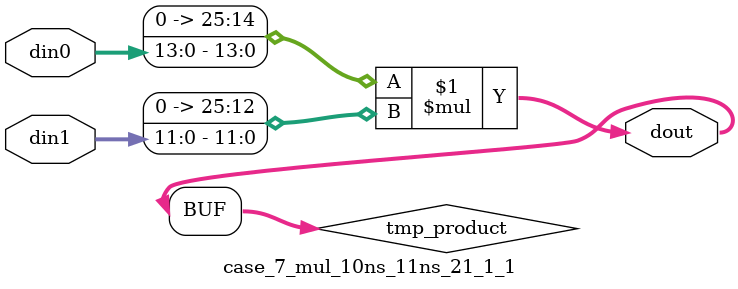
<source format=v>

`timescale 1 ns / 1 ps

 (* use_dsp = "no" *)  module case_7_mul_10ns_11ns_21_1_1(din0, din1, dout);
parameter ID = 1;
parameter NUM_STAGE = 0;
parameter din0_WIDTH = 14;
parameter din1_WIDTH = 12;
parameter dout_WIDTH = 26;

input [din0_WIDTH - 1 : 0] din0; 
input [din1_WIDTH - 1 : 0] din1; 
output [dout_WIDTH - 1 : 0] dout;

wire signed [dout_WIDTH - 1 : 0] tmp_product;
























assign tmp_product = $signed({1'b0, din0}) * $signed({1'b0, din1});











assign dout = tmp_product;





















endmodule

</source>
